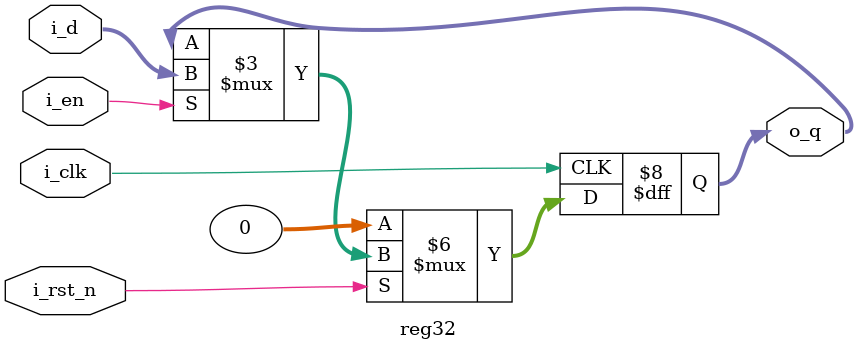
<source format=sv>
module reg32 (
  input  logic        i_clk,
  input  logic        i_rst_n,   // 0 -> clear tại posedge
  input  logic        i_en,
  input  logic [31:0] i_d,
  output logic [31:0] o_q
);
  always_ff @(posedge i_clk) begin
    if (!i_rst_n)  o_q <= 32'd0;
    else if (i_en) o_q <= i_d;
  end
endmodule

</source>
